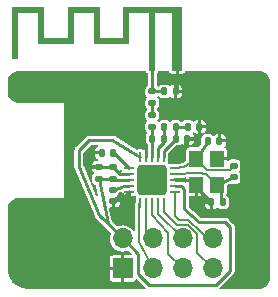
<source format=gbr>
%TF.GenerationSoftware,KiCad,Pcbnew,(5.99.0-7653-g7b9c21e290)*%
%TF.CreationDate,2021-01-21T05:12:34-07:00*%
%TF.ProjectId,buttonNRF24Board,62757474-6f6e-44e5-9246-3234426f6172,rev?*%
%TF.SameCoordinates,Original*%
%TF.FileFunction,Copper,L1,Top*%
%TF.FilePolarity,Positive*%
%FSLAX46Y46*%
G04 Gerber Fmt 4.6, Leading zero omitted, Abs format (unit mm)*
G04 Created by KiCad (PCBNEW (5.99.0-7653-g7b9c21e290)) date 2021-01-21 05:12:34*
%MOMM*%
%LPD*%
G01*
G04 APERTURE LIST*
G04 Aperture macros list*
%AMRoundRect*
0 Rectangle with rounded corners*
0 $1 Rounding radius*
0 $2 $3 $4 $5 $6 $7 $8 $9 X,Y pos of 4 corners*
0 Add a 4 corners polygon primitive as box body*
4,1,4,$2,$3,$4,$5,$6,$7,$8,$9,$2,$3,0*
0 Add four circle primitives for the rounded corners*
1,1,$1+$1,$2,$3,0*
1,1,$1+$1,$4,$5,0*
1,1,$1+$1,$6,$7,0*
1,1,$1+$1,$8,$9,0*
0 Add four rect primitives between the rounded corners*
20,1,$1+$1,$2,$3,$4,$5,0*
20,1,$1+$1,$4,$5,$6,$7,0*
20,1,$1+$1,$6,$7,$8,$9,0*
20,1,$1+$1,$8,$9,$2,$3,0*%
G04 Aperture macros list end*
%TA.AperFunction,SMDPad,CuDef*%
%ADD10RoundRect,0.147500X0.147500X0.172500X-0.147500X0.172500X-0.147500X-0.172500X0.147500X-0.172500X0*%
%TD*%
%TA.AperFunction,SMDPad,CuDef*%
%ADD11RoundRect,0.147500X-0.172500X0.147500X-0.172500X-0.147500X0.172500X-0.147500X0.172500X0.147500X0*%
%TD*%
%TA.AperFunction,SMDPad,CuDef*%
%ADD12RoundRect,0.147500X-0.147500X-0.172500X0.147500X-0.172500X0.147500X0.172500X-0.147500X0.172500X0*%
%TD*%
%TA.AperFunction,SMDPad,CuDef*%
%ADD13RoundRect,0.147500X0.172500X-0.147500X0.172500X0.147500X-0.172500X0.147500X-0.172500X-0.147500X0*%
%TD*%
%TA.AperFunction,SMDPad,CuDef*%
%ADD14RoundRect,0.062500X0.062500X-0.350000X0.062500X0.350000X-0.062500X0.350000X-0.062500X-0.350000X0*%
%TD*%
%TA.AperFunction,SMDPad,CuDef*%
%ADD15RoundRect,0.062500X0.350000X-0.062500X0.350000X0.062500X-0.350000X0.062500X-0.350000X-0.062500X0*%
%TD*%
%TA.AperFunction,SMDPad,CuDef*%
%ADD16RoundRect,0.250000X1.000000X-1.000000X1.000000X1.000000X-1.000000X1.000000X-1.000000X-1.000000X0*%
%TD*%
%TA.AperFunction,SMDPad,CuDef*%
%ADD17R,1.200000X1.400000*%
%TD*%
%TA.AperFunction,ConnectorPad*%
%ADD18R,0.500000X0.500000*%
%TD*%
%TA.AperFunction,ComponentPad*%
%ADD19R,0.900000X0.500000*%
%TD*%
%TA.AperFunction,ComponentPad*%
%ADD20R,1.700000X1.700000*%
%TD*%
%TA.AperFunction,ComponentPad*%
%ADD21O,1.700000X1.700000*%
%TD*%
%TA.AperFunction,ViaPad*%
%ADD22C,0.685800*%
%TD*%
%TA.AperFunction,Conductor*%
%ADD23C,0.254000*%
%TD*%
%TA.AperFunction,Conductor*%
%ADD24C,0.152400*%
%TD*%
G04 APERTURE END LIST*
%TO.C,AE1*%
G36*
X54150000Y-96250000D02*
G01*
X54150000Y-95991842D01*
X54451778Y-95991842D01*
X54458309Y-96041368D01*
X54478868Y-96086553D01*
X54512511Y-96121787D01*
X54531122Y-96132400D01*
X54576637Y-96145300D01*
X54625156Y-96146043D01*
X54667819Y-96133935D01*
X54675731Y-96129581D01*
X54713674Y-96096797D01*
X54737742Y-96054395D01*
X54747583Y-96006785D01*
X54742847Y-95958378D01*
X54723185Y-95913584D01*
X54688245Y-95876814D01*
X54655353Y-95859908D01*
X54607267Y-95852018D01*
X54557682Y-95858592D01*
X54512372Y-95878687D01*
X54477112Y-95911357D01*
X54460218Y-95943583D01*
X54451778Y-95991842D01*
X54150000Y-95991842D01*
X54150000Y-91350000D01*
X52750000Y-91350000D01*
X52750000Y-96250000D01*
X52250000Y-96250000D01*
X52250000Y-91350000D01*
X50550000Y-91350000D01*
X50550000Y-93990000D01*
X47550000Y-93990000D01*
X47550000Y-91350000D01*
X45850000Y-91350000D01*
X45850000Y-93990000D01*
X42850000Y-93990000D01*
X42850000Y-91350000D01*
X41150000Y-91350000D01*
X41150000Y-95290000D01*
X40650000Y-95290000D01*
X40650000Y-90850000D01*
X43350000Y-90850000D01*
X43350000Y-93490000D01*
X45350000Y-93490000D01*
X45350000Y-90850000D01*
X48050000Y-90850000D01*
X48050000Y-93490000D01*
X50050000Y-93490000D01*
X50050000Y-90850000D01*
X55050000Y-90850000D01*
X55050000Y-96250000D01*
X54150000Y-96250000D01*
G37*
%TD*%
D10*
%TO.P,C3,1*%
%TO.N,GND*%
X55485000Y-102000000D03*
%TO.P,C3,2*%
%TO.N,Net-(U1-Pad11)*%
X54515000Y-102000000D03*
%TD*%
D11*
%TO.P,C9,1*%
%TO.N,GND*%
X48000000Y-104415000D03*
%TO.P,C9,2*%
%TO.N,VDD*%
X48000000Y-105385000D03*
%TD*%
D12*
%TO.P,L1,1*%
%TO.N,Net-(U1-Pad13)*%
X52515000Y-102000000D03*
%TO.P,L1,2*%
%TO.N,Net-(U1-Pad12)*%
X53485000Y-102000000D03*
%TD*%
D13*
%TO.P,R1,1*%
%TO.N,Net-(R1-Pad1)*%
X59400000Y-105285000D03*
%TO.P,R1,2*%
%TO.N,Net-(R1-Pad2)*%
X59400000Y-104315000D03*
%TD*%
D12*
%TO.P,C1,1*%
%TO.N,Net-(R1-Pad2)*%
X57215000Y-102200000D03*
%TO.P,C1,2*%
%TO.N,GND*%
X58185000Y-102200000D03*
%TD*%
D10*
%TO.P,C2,1*%
%TO.N,Net-(R1-Pad1)*%
X58485000Y-107400000D03*
%TO.P,C2,2*%
%TO.N,GND*%
X57515000Y-107400000D03*
%TD*%
D14*
%TO.P,U1,1,CE*%
%TO.N,CE*%
X51500000Y-107437500D03*
%TO.P,U1,2,CSN*%
%TO.N,CSN*%
X52000000Y-107437500D03*
%TO.P,U1,3,SCK*%
%TO.N,SCK*%
X52500000Y-107437500D03*
%TO.P,U1,4,MOSI*%
%TO.N,MOSI*%
X53000000Y-107437500D03*
%TO.P,U1,5,MISO*%
%TO.N,MISO*%
X53500000Y-107437500D03*
D15*
%TO.P,U1,6,IRQ*%
%TO.N,IRQ*%
X54437500Y-106500000D03*
%TO.P,U1,7,VDD*%
%TO.N,VDD*%
X54437500Y-106000000D03*
%TO.P,U1,8,VSS*%
%TO.N,GND*%
X54437500Y-105500000D03*
%TO.P,U1,9,XC2*%
%TO.N,Net-(R1-Pad1)*%
X54437500Y-105000000D03*
%TO.P,U1,10,XC1*%
%TO.N,Net-(R1-Pad2)*%
X54437500Y-104500000D03*
D14*
%TO.P,U1,11,VDD_PA*%
%TO.N,Net-(U1-Pad11)*%
X53500000Y-103562500D03*
%TO.P,U1,12,ANT1*%
%TO.N,Net-(U1-Pad12)*%
X53000000Y-103562500D03*
%TO.P,U1,13,ANT2*%
%TO.N,Net-(U1-Pad13)*%
X52500000Y-103562500D03*
%TO.P,U1,14,VSS*%
%TO.N,GND*%
X52000000Y-103562500D03*
%TO.P,U1,15,VDD*%
%TO.N,VDD*%
X51500000Y-103562500D03*
D15*
%TO.P,U1,16,IREF*%
%TO.N,Net-(U1-Pad16)*%
X50562500Y-104500000D03*
%TO.P,U1,17,VSS*%
%TO.N,GND*%
X50562500Y-105000000D03*
%TO.P,U1,18,VDD*%
%TO.N,VDD*%
X50562500Y-105500000D03*
%TO.P,U1,19,DVDD*%
%TO.N,Net-(U1-Pad19)*%
X50562500Y-106000000D03*
%TO.P,U1,20,VSS*%
%TO.N,GND*%
X50562500Y-106500000D03*
D16*
%TO.P,U1,21*%
%TO.N,N/C*%
X52500000Y-105500000D03*
%TD*%
D17*
%TO.P,X1,1,1*%
%TO.N,Net-(R1-Pad1)*%
X57950000Y-105900000D03*
%TO.P,X1,2,2*%
%TO.N,GND*%
X57950000Y-103700000D03*
%TO.P,X1,3,3*%
%TO.N,Net-(R1-Pad2)*%
X56250000Y-103700000D03*
%TO.P,X1,4,4*%
%TO.N,GND*%
X56250000Y-105900000D03*
%TD*%
D11*
%TO.P,L3,1*%
%TO.N,Net-(C5-Pad1)*%
X52500000Y-100015000D03*
%TO.P,L3,2*%
%TO.N,Net-(U1-Pad13)*%
X52500000Y-100985000D03*
%TD*%
%TO.P,C8,1*%
%TO.N,GND*%
X49200000Y-104415000D03*
%TO.P,C8,2*%
%TO.N,VDD*%
X49200000Y-105385000D03*
%TD*%
D10*
%TO.P,C4,1*%
%TO.N,GND*%
X56485000Y-101000000D03*
%TO.P,C4,2*%
%TO.N,Net-(U1-Pad11)*%
X55515000Y-101000000D03*
%TD*%
D12*
%TO.P,R2,1*%
%TO.N,GND*%
X48215000Y-103200000D03*
%TO.P,R2,2*%
%TO.N,Net-(U1-Pad16)*%
X49185000Y-103200000D03*
%TD*%
D18*
%TO.P,AE1,1,A*%
%TO.N,Net-(C5-Pad2)*%
X52500000Y-96000000D03*
D19*
%TO.P,AE1,2,Shield*%
%TO.N,GND*%
X54600000Y-96000000D03*
%TD*%
D12*
%TO.P,C6,1*%
%TO.N,Net-(C5-Pad2)*%
X53515000Y-98000000D03*
%TO.P,C6,2*%
%TO.N,GND*%
X54485000Y-98000000D03*
%TD*%
D20*
%TO.P,J1,1,Pin_1*%
%TO.N,GND*%
X50000000Y-113000000D03*
D21*
%TO.P,J1,2,Pin_2*%
%TO.N,VDD*%
X50000000Y-110460000D03*
%TO.P,J1,3,Pin_3*%
%TO.N,CE*%
X52540000Y-113000000D03*
%TO.P,J1,4,Pin_4*%
%TO.N,CSN*%
X52540000Y-110460000D03*
%TO.P,J1,5,Pin_5*%
%TO.N,SCK*%
X55080000Y-113000000D03*
%TO.P,J1,6,Pin_6*%
%TO.N,MOSI*%
X55080000Y-110460000D03*
%TO.P,J1,7,Pin_7*%
%TO.N,MISO*%
X57620000Y-113000000D03*
%TO.P,J1,8,Pin_8*%
%TO.N,IRQ*%
X57620000Y-110460000D03*
%TD*%
D12*
%TO.P,L2,1*%
%TO.N,Net-(U1-Pad12)*%
X53515000Y-101000000D03*
%TO.P,L2,2*%
%TO.N,Net-(U1-Pad11)*%
X54485000Y-101000000D03*
%TD*%
D11*
%TO.P,C7,1*%
%TO.N,Net-(U1-Pad19)*%
X49200000Y-106315000D03*
%TO.P,C7,2*%
%TO.N,GND*%
X49200000Y-107285000D03*
%TD*%
D13*
%TO.P,C5,1*%
%TO.N,Net-(C5-Pad1)*%
X52500000Y-98985000D03*
%TO.P,C5,2*%
%TO.N,Net-(C5-Pad2)*%
X52500000Y-98015000D03*
%TD*%
D22*
%TO.N,GND*%
X56900000Y-107000000D03*
X51500000Y-102000000D03*
X48500000Y-112000000D03*
X53500000Y-99000000D03*
X56300000Y-102000000D03*
X53500000Y-100000000D03*
X54600000Y-96900000D03*
X56500000Y-100000000D03*
X49000000Y-111500000D03*
X59200000Y-102200000D03*
X50100000Y-108500000D03*
X55500000Y-98000000D03*
X51500000Y-101000000D03*
X54500000Y-103500000D03*
X49200000Y-108100000D03*
X51500000Y-98000000D03*
X54500000Y-100000000D03*
X57500000Y-101000000D03*
X47100000Y-104300000D03*
X57500000Y-100000000D03*
X48500000Y-113000000D03*
X49900000Y-106900000D03*
X47400000Y-103200000D03*
X51500000Y-97000000D03*
X50400000Y-107600000D03*
X51500000Y-100000000D03*
X51500000Y-99000000D03*
X54500000Y-99000000D03*
X48000000Y-112500000D03*
X55500000Y-100000000D03*
%TD*%
D23*
%TO.N,Net-(C5-Pad2)*%
X53500000Y-98015000D02*
X53515000Y-98000000D01*
X52500000Y-98015000D02*
X53500000Y-98015000D01*
X52500000Y-96000000D02*
X52500000Y-98015000D01*
%TO.N,Net-(U1-Pad19)*%
X50100000Y-106000000D02*
X49200000Y-106315000D01*
X50562500Y-106000000D02*
X50100000Y-106000000D01*
%TO.N,GND*%
X51500000Y-102000000D02*
X52000000Y-102500000D01*
X50562500Y-106500000D02*
X50000000Y-107062500D01*
X52000000Y-102500000D02*
X52000000Y-103562500D01*
X54600000Y-96900000D02*
X54600000Y-97885000D01*
X49221058Y-104415000D02*
X49806058Y-105000000D01*
X47885000Y-104300000D02*
X48000000Y-104415000D01*
X50000000Y-107062500D02*
X49422500Y-107062500D01*
X47100000Y-104300000D02*
X47885000Y-104300000D01*
X56250000Y-106135000D02*
X57515000Y-107400000D01*
X49422500Y-107062500D02*
X49200000Y-107285000D01*
D24*
X55485000Y-102000000D02*
X55200000Y-102600000D01*
D23*
X55850000Y-105500000D02*
X56250000Y-105900000D01*
X54600000Y-97885000D02*
X54485000Y-98000000D01*
X49806058Y-105000000D02*
X50562500Y-105000000D01*
X56250000Y-105900000D02*
X56250000Y-106135000D01*
D24*
X55200000Y-102600000D02*
X54500000Y-103500000D01*
D23*
X54600000Y-96000000D02*
X54600000Y-96900000D01*
X54437500Y-105500000D02*
X55850000Y-105500000D01*
X49200000Y-104415000D02*
X49221058Y-104415000D01*
X55485000Y-102000000D02*
X56500000Y-102000000D01*
%TO.N,Net-(R1-Pad2)*%
X56900000Y-102735000D02*
X56250000Y-103700000D01*
X57215000Y-102200000D02*
X56900000Y-102735000D01*
D24*
X59400000Y-104315000D02*
X59086390Y-104628610D01*
X59086390Y-104628610D02*
X57178610Y-104628610D01*
X55200000Y-104400000D02*
X56250000Y-103700000D01*
X57178610Y-104628610D02*
X56250000Y-103700000D01*
X54437500Y-104500000D02*
X55200000Y-104400000D01*
D23*
%TO.N,Net-(U1-Pad16)*%
X49262500Y-103200000D02*
X50562500Y-104500000D01*
X49185000Y-103200000D02*
X49262500Y-103200000D01*
%TO.N,Net-(C5-Pad1)*%
X52500000Y-98985000D02*
X52500000Y-100015000D01*
%TO.N,VDD*%
X50000000Y-110460000D02*
X48000000Y-108460000D01*
X47150000Y-102150000D02*
X49137234Y-102137234D01*
X51300000Y-113431514D02*
X51300000Y-111760000D01*
X49200000Y-105385000D02*
X49315000Y-105500000D01*
X57891514Y-114400000D02*
X52268486Y-114400000D01*
X48720000Y-109180000D02*
X48000000Y-105385000D01*
X46300000Y-103000000D02*
X47150000Y-102150000D01*
X55200000Y-106350000D02*
X55200000Y-108000000D01*
X52268486Y-114400000D02*
X51300000Y-113431514D01*
X59100000Y-109500000D02*
X59100000Y-113191514D01*
X48000000Y-108460000D02*
X46300000Y-104400000D01*
X55000000Y-106000000D02*
X55200000Y-106350000D01*
X55200000Y-108000000D02*
X56500000Y-109100000D01*
X46300000Y-104400000D02*
X46300000Y-103000000D01*
X59100000Y-113191514D02*
X57891514Y-114400000D01*
X58700000Y-109100000D02*
X59100000Y-109500000D01*
X56500000Y-109100000D02*
X58700000Y-109100000D01*
X49315000Y-105500000D02*
X50562500Y-105500000D01*
X54437500Y-106000000D02*
X55000000Y-106000000D01*
X49137234Y-102137234D02*
X51500000Y-103562500D01*
X51300000Y-111760000D02*
X50000000Y-110460000D01*
X48000000Y-105385000D02*
X49200000Y-105385000D01*
%TO.N,Net-(U1-Pad13)*%
X52500000Y-101985000D02*
X52515000Y-102000000D01*
X52500000Y-100985000D02*
X52500000Y-101985000D01*
X52500000Y-103562500D02*
X52500000Y-102015000D01*
X52500000Y-102015000D02*
X52515000Y-102000000D01*
%TO.N,Net-(U1-Pad12)*%
X53515000Y-101000000D02*
X53493787Y-101021213D01*
X53481517Y-102251755D02*
X53485000Y-102119107D01*
X53000000Y-103562500D02*
X53000000Y-102805000D01*
X53493787Y-101021213D02*
X53487978Y-101024371D01*
X53000000Y-102805000D02*
X53342947Y-102462053D01*
X53386759Y-102415877D02*
X53481517Y-102251755D01*
X53342947Y-102462053D02*
X53386759Y-102415877D01*
X53485000Y-101680000D02*
X53485000Y-102000000D01*
X53487978Y-101024371D02*
X53485000Y-101027349D01*
X53485000Y-102119107D02*
X53485000Y-102000000D01*
X53485000Y-101027349D02*
X53485000Y-101680000D01*
%TO.N,Net-(U1-Pad11)*%
X54506213Y-101021213D02*
X54512022Y-101024371D01*
X54485000Y-101000000D02*
X55515000Y-101000000D01*
X54512022Y-101024371D02*
X54515000Y-101027349D01*
X54485000Y-101000000D02*
X54506213Y-101021213D01*
X54515000Y-101680000D02*
X54515000Y-102000000D01*
X54515000Y-101027349D02*
X54515000Y-101680000D01*
X53500000Y-103562500D02*
X53500000Y-103015000D01*
X53500000Y-103015000D02*
X54515000Y-102000000D01*
D24*
%TO.N,CE*%
X51375000Y-110725000D02*
X52540000Y-113000000D01*
X51375000Y-107562500D02*
X51375000Y-110725000D01*
X51500000Y-107437500D02*
X51375000Y-107562500D01*
%TO.N,Net-(R1-Pad1)*%
X57100000Y-105000000D02*
X57877576Y-105899999D01*
X56493933Y-104875001D02*
X57100000Y-105000000D01*
X54437500Y-105000000D02*
X55000000Y-105000000D01*
X55675001Y-104875001D02*
X56493933Y-104875001D01*
D23*
X58350000Y-106300000D02*
X58350000Y-107265000D01*
D24*
X57950000Y-105899999D02*
X57950000Y-105900000D01*
D23*
X58350000Y-107265000D02*
X58485000Y-107400000D01*
D24*
X57877576Y-105899999D02*
X57950000Y-105899999D01*
X55000000Y-105000000D02*
X55675001Y-104875001D01*
D23*
X59400000Y-105285000D02*
X58800000Y-105500000D01*
X57950000Y-105900000D02*
X58350000Y-106300000D01*
X58800000Y-105500000D02*
X57950000Y-105900000D01*
D24*
%TO.N,CSN*%
X52000000Y-109920000D02*
X52540000Y-110460000D01*
X52000000Y-107437500D02*
X52000000Y-109920000D01*
%TO.N,SCK*%
X52500000Y-107437500D02*
X52500000Y-108500000D01*
X53800000Y-110000000D02*
X53800000Y-111800000D01*
X53800000Y-111800000D02*
X55080000Y-113000000D01*
X52500000Y-108500000D02*
X53800000Y-110000000D01*
%TO.N,MOSI*%
X53000000Y-107437500D02*
X53000000Y-108380000D01*
X53000000Y-108380000D02*
X55080000Y-110460000D01*
%TO.N,MISO*%
X56300000Y-111680000D02*
X57620000Y-113000000D01*
X55516330Y-109300000D02*
X56300000Y-110083670D01*
X53500000Y-108200000D02*
X54600000Y-109300000D01*
X54600000Y-109300000D02*
X55516330Y-109300000D01*
X53500000Y-107437500D02*
X53500000Y-108200000D01*
X56300000Y-110083670D02*
X56300000Y-111680000D01*
%TO.N,IRQ*%
X57107396Y-110460000D02*
X57620000Y-110460000D01*
X54800000Y-108900000D02*
X55547396Y-108900000D01*
X56600000Y-109952604D02*
X57107396Y-110460000D01*
X54437500Y-108537500D02*
X54800000Y-108900000D01*
X54437500Y-106500000D02*
X54437500Y-108537500D01*
X55547396Y-108900000D02*
X56600000Y-109952604D01*
%TD*%
%TA.AperFunction,Conductor*%
%TO.N,GND*%
G36*
X53877623Y-96267593D02*
G01*
X53903040Y-96310530D01*
X53910715Y-96349115D01*
X53966859Y-96433141D01*
X54050885Y-96489285D01*
X54058147Y-96490729D01*
X54058148Y-96490730D01*
X54124863Y-96504000D01*
X54132128Y-96505445D01*
X54150000Y-96509000D01*
X54167873Y-96505445D01*
X54182543Y-96504000D01*
X55017457Y-96504000D01*
X55032127Y-96505445D01*
X55050000Y-96509000D01*
X55067873Y-96505445D01*
X55075137Y-96504000D01*
X55141852Y-96490730D01*
X55141853Y-96490729D01*
X55149115Y-96489285D01*
X55233141Y-96433141D01*
X55289285Y-96349115D01*
X55296960Y-96310530D01*
X55323645Y-96266553D01*
X55370715Y-96250000D01*
X61496304Y-96250000D01*
X61503676Y-96250362D01*
X61687721Y-96268489D01*
X61702178Y-96271365D01*
X61875597Y-96323971D01*
X61889213Y-96329610D01*
X62049047Y-96415044D01*
X62061288Y-96423223D01*
X62201391Y-96538202D01*
X62211798Y-96548609D01*
X62326777Y-96688712D01*
X62334956Y-96700953D01*
X62420388Y-96860783D01*
X62426029Y-96874403D01*
X62478635Y-97047822D01*
X62481511Y-97062280D01*
X62499638Y-97246325D01*
X62500000Y-97253696D01*
X62500000Y-113734899D01*
X62499638Y-113742271D01*
X62481503Y-113926360D01*
X62478625Y-113940820D01*
X62473911Y-113956358D01*
X62425998Y-114114267D01*
X62420355Y-114127889D01*
X62334889Y-114287744D01*
X62326700Y-114299996D01*
X62249476Y-114394065D01*
X62211685Y-114440099D01*
X62201257Y-114450522D01*
X62061116Y-114565488D01*
X62048854Y-114573678D01*
X61888971Y-114659086D01*
X61875355Y-114664722D01*
X61785069Y-114692083D01*
X61701879Y-114717293D01*
X61687417Y-114720165D01*
X61503325Y-114738235D01*
X61495966Y-114738595D01*
X58275086Y-114737470D01*
X58226755Y-114719860D01*
X58201051Y-114675302D01*
X58210001Y-114624647D01*
X58221939Y-114609096D01*
X58755097Y-114075939D01*
X59336213Y-113494823D01*
X59348595Y-113484822D01*
X59354897Y-113480753D01*
X59354898Y-113480752D01*
X59360119Y-113477381D01*
X59381451Y-113450322D01*
X59387332Y-113443704D01*
X59391002Y-113440034D01*
X59403933Y-113421940D01*
X59406059Y-113419108D01*
X59434846Y-113382592D01*
X59438693Y-113377712D01*
X59440751Y-113371849D01*
X59442027Y-113369529D01*
X59442191Y-113369268D01*
X59442317Y-113368968D01*
X59443474Y-113366606D01*
X59447087Y-113361551D01*
X59462188Y-113311056D01*
X59463272Y-113307720D01*
X59480745Y-113257965D01*
X59481500Y-113249247D01*
X59481500Y-113248874D01*
X59481783Y-113245538D01*
X59483452Y-113239956D01*
X59481558Y-113191753D01*
X59481500Y-113188801D01*
X59481500Y-109547438D01*
X59483184Y-109531611D01*
X59484762Y-109524283D01*
X59484762Y-109524281D01*
X59486070Y-109518206D01*
X59482021Y-109483995D01*
X59481500Y-109475156D01*
X59481500Y-109469960D01*
X59477846Y-109448009D01*
X59477347Y-109444505D01*
X59474500Y-109420450D01*
X59471153Y-109392169D01*
X59468463Y-109386567D01*
X59467727Y-109384034D01*
X59467657Y-109383727D01*
X59467539Y-109383439D01*
X59466682Y-109380937D01*
X59465662Y-109374806D01*
X59440627Y-109328406D01*
X59439046Y-109325305D01*
X59416215Y-109277760D01*
X59413173Y-109274141D01*
X59413171Y-109274138D01*
X59411641Y-109272319D01*
X59410584Y-109271061D01*
X59410321Y-109270798D01*
X59408163Y-109268241D01*
X59405395Y-109263111D01*
X59369967Y-109230362D01*
X59367839Y-109228316D01*
X59003309Y-108863788D01*
X58993308Y-108851405D01*
X58989236Y-108845099D01*
X58985867Y-108839881D01*
X58958798Y-108818540D01*
X58952185Y-108812663D01*
X58950710Y-108811188D01*
X58948519Y-108808998D01*
X58930437Y-108796076D01*
X58927604Y-108793949D01*
X58891080Y-108765155D01*
X58891077Y-108765153D01*
X58886198Y-108761307D01*
X58880334Y-108759248D01*
X58878011Y-108757971D01*
X58877756Y-108757810D01*
X58877454Y-108757684D01*
X58875094Y-108756528D01*
X58870036Y-108752913D01*
X58819549Y-108737814D01*
X58816200Y-108736725D01*
X58766451Y-108719255D01*
X58757733Y-108718500D01*
X58757361Y-108718500D01*
X58754023Y-108718217D01*
X58748441Y-108716548D01*
X58742231Y-108716792D01*
X58700238Y-108718442D01*
X58697286Y-108718500D01*
X56667293Y-108718500D01*
X56618718Y-108700707D01*
X56181077Y-108330396D01*
X55608125Y-107845591D01*
X55582589Y-107800937D01*
X55581500Y-107788184D01*
X55581500Y-107536068D01*
X56966000Y-107536068D01*
X56966000Y-107601113D01*
X56966462Y-107606985D01*
X56979970Y-107692267D01*
X56983583Y-107703388D01*
X57035946Y-107806157D01*
X57042825Y-107815624D01*
X57124375Y-107897174D01*
X57133842Y-107904053D01*
X57236612Y-107956417D01*
X57247732Y-107960030D01*
X57333014Y-107973538D01*
X57338886Y-107974000D01*
X57374741Y-107974000D01*
X57384898Y-107970303D01*
X57388000Y-107964931D01*
X57388001Y-107540260D01*
X57384304Y-107530101D01*
X57378932Y-107527000D01*
X56979260Y-107526999D01*
X56969101Y-107530696D01*
X56966000Y-107536068D01*
X55581500Y-107536068D01*
X55581500Y-106934200D01*
X55599093Y-106885862D01*
X55643642Y-106860142D01*
X55656700Y-106859000D01*
X56109741Y-106859000D01*
X56119898Y-106855303D01*
X56123000Y-106849931D01*
X56123001Y-105848200D01*
X56140595Y-105799862D01*
X56185143Y-105774142D01*
X56198202Y-105773000D01*
X56301801Y-105773001D01*
X56350138Y-105790595D01*
X56375858Y-105835143D01*
X56377000Y-105848201D01*
X56376999Y-106845741D01*
X56380696Y-106855898D01*
X56386068Y-106859000D01*
X56846304Y-106859000D01*
X56853625Y-106858279D01*
X56941852Y-106840730D01*
X56955272Y-106835171D01*
X57026987Y-106787253D01*
X57042494Y-106771746D01*
X57043333Y-106772585D01*
X57078664Y-106746681D01*
X57129994Y-106750046D01*
X57156753Y-106772500D01*
X57157154Y-106772099D01*
X57158141Y-106773086D01*
X57158584Y-106774036D01*
X57162231Y-106777096D01*
X57166505Y-106783492D01*
X57163828Y-106785281D01*
X57179881Y-106819706D01*
X57166567Y-106869393D01*
X57139108Y-106893263D01*
X57133845Y-106895944D01*
X57124376Y-106902825D01*
X57042826Y-106984375D01*
X57035947Y-106993842D01*
X56983583Y-107096612D01*
X56979970Y-107107732D01*
X56966462Y-107193014D01*
X56966000Y-107198886D01*
X56966000Y-107259741D01*
X56969697Y-107269898D01*
X56975069Y-107273000D01*
X57387998Y-107273001D01*
X57388004Y-107273000D01*
X57566800Y-107273001D01*
X57615138Y-107290595D01*
X57640858Y-107335143D01*
X57642000Y-107348201D01*
X57641999Y-107960741D01*
X57645696Y-107970898D01*
X57651068Y-107974000D01*
X57691113Y-107974000D01*
X57696985Y-107973538D01*
X57782267Y-107960030D01*
X57793388Y-107956417D01*
X57896157Y-107904054D01*
X57905620Y-107897178D01*
X57946477Y-107856322D01*
X57993098Y-107834583D01*
X58042785Y-107847897D01*
X58052824Y-107856322D01*
X58098271Y-107901769D01*
X58211730Y-107959580D01*
X58244221Y-107964726D01*
X58303013Y-107974038D01*
X58303015Y-107974038D01*
X58305931Y-107974500D01*
X58664068Y-107974500D01*
X58666984Y-107974038D01*
X58666986Y-107974038D01*
X58725778Y-107964726D01*
X58758269Y-107959580D01*
X58818698Y-107928790D01*
X58866451Y-107904459D01*
X58866452Y-107904458D01*
X58871728Y-107901770D01*
X58961769Y-107811729D01*
X59019580Y-107698270D01*
X59024726Y-107665779D01*
X59034038Y-107606987D01*
X59034038Y-107606985D01*
X59034500Y-107604069D01*
X59034500Y-107195932D01*
X59019580Y-107101731D01*
X58961770Y-106988272D01*
X58871729Y-106898231D01*
X58866450Y-106895541D01*
X58866447Y-106895539D01*
X58786812Y-106854962D01*
X58751730Y-106817342D01*
X58749038Y-106765972D01*
X58758423Y-106746185D01*
X58789747Y-106699306D01*
X58796377Y-106665977D01*
X58808779Y-106603625D01*
X58808779Y-106603624D01*
X58809500Y-106600000D01*
X58809500Y-105964883D01*
X58827093Y-105916545D01*
X58852680Y-105896841D01*
X58921491Y-105864459D01*
X58942663Y-105854496D01*
X58949296Y-105851754D01*
X59046123Y-105817058D01*
X59094729Y-105816331D01*
X59096452Y-105816891D01*
X59101730Y-105819580D01*
X59157469Y-105828408D01*
X59193013Y-105834038D01*
X59193015Y-105834038D01*
X59195931Y-105834500D01*
X59604068Y-105834500D01*
X59606984Y-105834038D01*
X59606986Y-105834038D01*
X59692422Y-105820506D01*
X59698269Y-105819580D01*
X59811728Y-105761770D01*
X59901770Y-105671729D01*
X59959580Y-105558270D01*
X59974500Y-105464069D01*
X59974500Y-105105932D01*
X59959580Y-105011731D01*
X59901770Y-104898272D01*
X59878498Y-104875000D01*
X59856673Y-104853174D01*
X59834934Y-104806553D01*
X59848248Y-104756866D01*
X59856674Y-104746826D01*
X59897581Y-104705919D01*
X59897584Y-104705915D01*
X59901770Y-104701729D01*
X59959580Y-104588270D01*
X59966323Y-104545696D01*
X59974038Y-104496987D01*
X59974038Y-104496985D01*
X59974500Y-104494069D01*
X59974500Y-104135932D01*
X59971353Y-104116059D01*
X59960506Y-104047578D01*
X59959580Y-104041731D01*
X59901770Y-103928272D01*
X59811729Y-103838230D01*
X59698270Y-103780420D01*
X59654819Y-103773538D01*
X59606987Y-103765962D01*
X59606985Y-103765962D01*
X59604069Y-103765500D01*
X59195932Y-103765500D01*
X59193016Y-103765962D01*
X59193014Y-103765962D01*
X59145182Y-103773538D01*
X59101731Y-103780420D01*
X58988272Y-103838230D01*
X58984089Y-103842413D01*
X58937374Y-103889127D01*
X58890753Y-103910866D01*
X58841066Y-103897552D01*
X58811562Y-103855414D01*
X58809888Y-103842699D01*
X58805303Y-103830102D01*
X58799931Y-103827000D01*
X57898200Y-103826999D01*
X57849862Y-103809405D01*
X57824142Y-103764857D01*
X57823000Y-103751798D01*
X57823001Y-103648199D01*
X57840595Y-103599862D01*
X57885143Y-103574142D01*
X57898201Y-103573000D01*
X58795741Y-103573001D01*
X58805898Y-103569304D01*
X58809000Y-103563932D01*
X58809000Y-103003696D01*
X58808279Y-102996375D01*
X58790730Y-102908148D01*
X58785171Y-102894728D01*
X58737253Y-102823013D01*
X58726987Y-102812747D01*
X58655271Y-102764828D01*
X58655087Y-102764752D01*
X58654899Y-102764580D01*
X58649115Y-102760715D01*
X58649710Y-102759824D01*
X58617164Y-102729997D01*
X58610454Y-102678997D01*
X58630696Y-102642104D01*
X58657175Y-102615625D01*
X58664054Y-102606158D01*
X58716417Y-102503389D01*
X58720030Y-102492268D01*
X58733538Y-102406986D01*
X58734000Y-102401114D01*
X58734000Y-102340259D01*
X58730303Y-102330102D01*
X58724931Y-102327000D01*
X58133200Y-102327000D01*
X58084862Y-102309407D01*
X58059142Y-102264858D01*
X58058000Y-102251800D01*
X58058000Y-101639259D01*
X58056475Y-101635069D01*
X58312000Y-101635069D01*
X58312000Y-102059741D01*
X58315697Y-102069898D01*
X58321069Y-102073000D01*
X58720741Y-102073000D01*
X58730898Y-102069303D01*
X58734000Y-102063931D01*
X58734000Y-101998886D01*
X58733538Y-101993014D01*
X58720030Y-101907732D01*
X58716417Y-101896611D01*
X58664054Y-101793842D01*
X58657175Y-101784375D01*
X58575625Y-101702825D01*
X58566158Y-101695946D01*
X58463389Y-101643583D01*
X58452268Y-101639970D01*
X58366986Y-101626462D01*
X58361114Y-101626000D01*
X58325259Y-101626000D01*
X58315102Y-101629697D01*
X58312000Y-101635069D01*
X58056475Y-101635069D01*
X58054303Y-101629102D01*
X58048931Y-101626000D01*
X58008886Y-101626000D01*
X58003014Y-101626462D01*
X57917732Y-101639970D01*
X57906611Y-101643583D01*
X57803842Y-101695946D01*
X57794379Y-101702822D01*
X57753525Y-101743677D01*
X57706905Y-101765417D01*
X57657218Y-101752104D01*
X57647176Y-101743677D01*
X57601729Y-101698230D01*
X57488270Y-101640420D01*
X57420568Y-101629697D01*
X57396987Y-101625962D01*
X57396985Y-101625962D01*
X57394069Y-101625500D01*
X57035931Y-101625500D01*
X57033015Y-101625962D01*
X57033013Y-101625962D01*
X57009432Y-101629697D01*
X56941730Y-101640420D01*
X56828271Y-101698230D01*
X56738230Y-101788271D01*
X56735542Y-101793547D01*
X56735541Y-101793548D01*
X56733603Y-101797352D01*
X56680420Y-101901730D01*
X56665500Y-101995931D01*
X56665500Y-102360871D01*
X56655102Y-102399024D01*
X56593024Y-102504459D01*
X56578284Y-102529494D01*
X56575853Y-102533350D01*
X56458678Y-102707311D01*
X56417082Y-102737573D01*
X56396307Y-102740500D01*
X55650000Y-102740500D01*
X55646376Y-102741221D01*
X55646375Y-102741221D01*
X55557957Y-102758808D01*
X55557956Y-102758809D01*
X55550694Y-102760253D01*
X55544536Y-102764367D01*
X55544535Y-102764368D01*
X55529372Y-102774500D01*
X55466506Y-102816506D01*
X55462392Y-102822663D01*
X55421529Y-102883819D01*
X55410253Y-102900694D01*
X55408809Y-102907956D01*
X55408808Y-102907957D01*
X55400135Y-102951559D01*
X55390500Y-103000000D01*
X55390500Y-103835304D01*
X55372907Y-103883642D01*
X55357015Y-103897873D01*
X55210573Y-103995500D01*
X55095211Y-104072408D01*
X55063277Y-104084399D01*
X54792884Y-104119861D01*
X54783105Y-104120500D01*
X54059144Y-104120500D01*
X54055920Y-104121068D01*
X54055914Y-104121069D01*
X53983845Y-104133777D01*
X53983844Y-104133778D01*
X53977370Y-104134919D01*
X53955802Y-104147371D01*
X53905145Y-104156304D01*
X53860597Y-104130584D01*
X53843003Y-104082247D01*
X53847538Y-104056526D01*
X53877250Y-103974896D01*
X53877251Y-103974891D01*
X53879500Y-103968712D01*
X53879500Y-103639921D01*
X53880635Y-103629265D01*
X53880745Y-103628951D01*
X53881500Y-103620233D01*
X53881500Y-103204169D01*
X53899093Y-103155831D01*
X53903526Y-103150995D01*
X54457996Y-102596526D01*
X54504616Y-102574786D01*
X54511170Y-102574500D01*
X54694068Y-102574500D01*
X54696984Y-102574038D01*
X54696986Y-102574038D01*
X54782422Y-102560506D01*
X54788269Y-102559580D01*
X54861247Y-102522396D01*
X54896451Y-102504459D01*
X54896452Y-102504458D01*
X54901728Y-102501770D01*
X54947176Y-102456322D01*
X54993797Y-102434583D01*
X55043484Y-102447897D01*
X55053524Y-102456323D01*
X55094375Y-102497174D01*
X55103842Y-102504053D01*
X55206612Y-102556417D01*
X55217732Y-102560030D01*
X55303014Y-102573538D01*
X55308886Y-102574000D01*
X55344741Y-102574000D01*
X55354898Y-102570303D01*
X55358000Y-102564931D01*
X55358000Y-102560740D01*
X55611999Y-102560740D01*
X55615696Y-102570899D01*
X55621068Y-102574000D01*
X55661113Y-102574000D01*
X55666985Y-102573538D01*
X55752267Y-102560030D01*
X55763388Y-102556417D01*
X55866157Y-102504054D01*
X55875624Y-102497175D01*
X55957174Y-102415625D01*
X55964053Y-102406158D01*
X56016417Y-102303388D01*
X56020030Y-102292268D01*
X56033538Y-102206986D01*
X56034000Y-102201114D01*
X56034000Y-102140259D01*
X56030303Y-102130102D01*
X56024931Y-102127000D01*
X55625260Y-102126999D01*
X55615101Y-102130696D01*
X55612000Y-102136068D01*
X55611999Y-102560740D01*
X55358000Y-102560740D01*
X55358001Y-102127000D01*
X55358000Y-102126996D01*
X55358001Y-101948200D01*
X55375595Y-101899862D01*
X55420143Y-101874142D01*
X55433201Y-101873000D01*
X56020741Y-101873001D01*
X56030898Y-101869304D01*
X56034000Y-101863932D01*
X56034000Y-101798887D01*
X56033538Y-101793015D01*
X56020030Y-101707733D01*
X56016417Y-101696612D01*
X55964054Y-101593843D01*
X55957175Y-101584376D01*
X55941323Y-101568524D01*
X55919583Y-101521904D01*
X55932897Y-101472217D01*
X55941323Y-101462176D01*
X55947176Y-101456323D01*
X55993796Y-101434583D01*
X56043483Y-101447897D01*
X56053524Y-101456323D01*
X56094375Y-101497174D01*
X56103842Y-101504053D01*
X56206612Y-101556417D01*
X56217732Y-101560030D01*
X56303014Y-101573538D01*
X56308886Y-101574000D01*
X56344741Y-101574000D01*
X56354898Y-101570303D01*
X56358000Y-101564931D01*
X56358000Y-101560740D01*
X56611999Y-101560740D01*
X56615696Y-101570899D01*
X56621068Y-101574000D01*
X56661113Y-101574000D01*
X56666985Y-101573538D01*
X56752267Y-101560030D01*
X56763388Y-101556417D01*
X56866157Y-101504054D01*
X56875624Y-101497175D01*
X56957174Y-101415625D01*
X56964053Y-101406158D01*
X57016417Y-101303388D01*
X57020030Y-101292268D01*
X57033538Y-101206986D01*
X57034000Y-101201114D01*
X57034000Y-101140259D01*
X57030303Y-101130102D01*
X57024931Y-101127000D01*
X56625260Y-101126999D01*
X56615101Y-101130696D01*
X56612000Y-101136068D01*
X56611999Y-101560740D01*
X56358000Y-101560740D01*
X56358001Y-101127000D01*
X56358000Y-101126996D01*
X56358000Y-100859740D01*
X56611999Y-100859740D01*
X56615696Y-100869899D01*
X56621068Y-100873000D01*
X57020740Y-100873001D01*
X57030899Y-100869304D01*
X57034000Y-100863932D01*
X57034000Y-100798887D01*
X57033538Y-100793015D01*
X57020030Y-100707733D01*
X57016417Y-100696612D01*
X56964054Y-100593843D01*
X56957175Y-100584376D01*
X56875625Y-100502826D01*
X56866158Y-100495947D01*
X56763388Y-100443583D01*
X56752268Y-100439970D01*
X56666986Y-100426462D01*
X56661114Y-100426000D01*
X56625259Y-100426000D01*
X56615102Y-100429697D01*
X56612000Y-100435069D01*
X56611999Y-100859740D01*
X56358000Y-100859740D01*
X56358001Y-100439259D01*
X56354304Y-100429102D01*
X56348932Y-100426000D01*
X56308887Y-100426000D01*
X56303015Y-100426462D01*
X56217733Y-100439970D01*
X56206612Y-100443583D01*
X56103843Y-100495946D01*
X56094380Y-100502822D01*
X56053525Y-100543678D01*
X56006905Y-100565418D01*
X55957218Y-100552105D01*
X55947176Y-100543678D01*
X55901729Y-100498231D01*
X55788270Y-100440420D01*
X55720568Y-100429697D01*
X55696987Y-100425962D01*
X55696985Y-100425962D01*
X55694069Y-100425500D01*
X55335932Y-100425500D01*
X55333016Y-100425962D01*
X55333014Y-100425962D01*
X55309433Y-100429697D01*
X55241731Y-100440420D01*
X55209452Y-100456867D01*
X55140951Y-100491770D01*
X55128272Y-100498230D01*
X55053172Y-100573330D01*
X55006556Y-100595068D01*
X54956868Y-100581755D01*
X54946827Y-100573328D01*
X54871729Y-100498230D01*
X54859051Y-100491770D01*
X54790549Y-100456867D01*
X54758270Y-100440420D01*
X54690568Y-100429697D01*
X54666987Y-100425962D01*
X54666985Y-100425962D01*
X54664069Y-100425500D01*
X54305931Y-100425500D01*
X54303015Y-100425962D01*
X54303013Y-100425962D01*
X54279432Y-100429697D01*
X54211730Y-100440420D01*
X54179451Y-100456867D01*
X54110950Y-100491770D01*
X54098271Y-100498230D01*
X54053174Y-100543327D01*
X54006554Y-100565067D01*
X53956867Y-100551753D01*
X53946826Y-100543327D01*
X53901729Y-100498230D01*
X53889051Y-100491770D01*
X53820549Y-100456867D01*
X53788270Y-100440420D01*
X53720568Y-100429697D01*
X53696987Y-100425962D01*
X53696985Y-100425962D01*
X53694069Y-100425500D01*
X53335931Y-100425500D01*
X53333015Y-100425962D01*
X53333013Y-100425962D01*
X53309432Y-100429697D01*
X53241730Y-100440420D01*
X53209451Y-100456867D01*
X53140950Y-100491770D01*
X53128271Y-100498230D01*
X53068171Y-100558330D01*
X53021555Y-100580068D01*
X52971868Y-100566755D01*
X52961826Y-100558328D01*
X52956672Y-100553174D01*
X52934932Y-100506554D01*
X52948246Y-100456867D01*
X52956672Y-100446826D01*
X53001769Y-100401729D01*
X53004459Y-100396451D01*
X53056893Y-100293543D01*
X53059580Y-100288270D01*
X53074500Y-100194069D01*
X53074500Y-99835932D01*
X53059580Y-99741731D01*
X53001770Y-99628272D01*
X52926673Y-99553175D01*
X52904933Y-99506555D01*
X52918247Y-99456868D01*
X52926673Y-99446827D01*
X52997581Y-99375919D01*
X52997584Y-99375915D01*
X53001770Y-99371729D01*
X53059580Y-99258270D01*
X53074500Y-99164069D01*
X53074500Y-98805932D01*
X53059580Y-98711731D01*
X53001770Y-98598272D01*
X52977498Y-98574000D01*
X52956673Y-98553174D01*
X52934934Y-98506553D01*
X52948248Y-98456866D01*
X52956668Y-98446831D01*
X52961821Y-98441678D01*
X53008439Y-98419934D01*
X53058127Y-98433243D01*
X53068174Y-98441673D01*
X53128271Y-98501770D01*
X53133547Y-98504458D01*
X53133548Y-98504459D01*
X53181301Y-98528790D01*
X53241730Y-98559580D01*
X53252514Y-98561288D01*
X53333013Y-98574038D01*
X53333015Y-98574038D01*
X53335931Y-98574500D01*
X53694069Y-98574500D01*
X53696985Y-98574038D01*
X53696987Y-98574038D01*
X53777486Y-98561288D01*
X53788270Y-98559580D01*
X53848699Y-98528790D01*
X53896452Y-98504459D01*
X53896453Y-98504458D01*
X53901729Y-98501770D01*
X53947176Y-98456323D01*
X53993797Y-98434584D01*
X54043484Y-98447898D01*
X54053524Y-98456324D01*
X54094375Y-98497175D01*
X54103842Y-98504054D01*
X54206611Y-98556417D01*
X54217732Y-98560030D01*
X54303014Y-98573538D01*
X54308886Y-98574000D01*
X54344741Y-98574000D01*
X54354898Y-98570303D01*
X54358000Y-98564931D01*
X54358000Y-98136069D01*
X54612000Y-98136069D01*
X54612000Y-98560741D01*
X54615697Y-98570898D01*
X54621069Y-98574000D01*
X54661114Y-98574000D01*
X54666986Y-98573538D01*
X54752268Y-98560030D01*
X54763389Y-98556417D01*
X54866158Y-98504054D01*
X54875625Y-98497175D01*
X54957175Y-98415625D01*
X54964054Y-98406158D01*
X55016417Y-98303389D01*
X55020030Y-98292268D01*
X55033538Y-98206986D01*
X55034000Y-98201114D01*
X55034000Y-98140259D01*
X55030303Y-98130102D01*
X55024931Y-98127000D01*
X54625259Y-98127000D01*
X54615102Y-98130697D01*
X54612000Y-98136069D01*
X54358000Y-98136069D01*
X54358000Y-97439259D01*
X54356475Y-97435069D01*
X54612000Y-97435069D01*
X54612000Y-97859741D01*
X54615697Y-97869898D01*
X54621069Y-97873000D01*
X55020741Y-97873000D01*
X55030898Y-97869303D01*
X55034000Y-97863931D01*
X55034000Y-97798886D01*
X55033538Y-97793014D01*
X55020030Y-97707732D01*
X55016417Y-97696611D01*
X54964054Y-97593842D01*
X54957175Y-97584375D01*
X54875625Y-97502825D01*
X54866158Y-97495946D01*
X54763389Y-97443583D01*
X54752268Y-97439970D01*
X54666986Y-97426462D01*
X54661114Y-97426000D01*
X54625259Y-97426000D01*
X54615102Y-97429697D01*
X54612000Y-97435069D01*
X54356475Y-97435069D01*
X54354303Y-97429102D01*
X54348931Y-97426000D01*
X54308886Y-97426000D01*
X54303014Y-97426462D01*
X54217732Y-97439970D01*
X54206611Y-97443583D01*
X54103842Y-97495946D01*
X54094379Y-97502822D01*
X54053525Y-97543677D01*
X54006905Y-97565417D01*
X53957218Y-97552104D01*
X53947176Y-97543677D01*
X53901729Y-97498230D01*
X53788270Y-97440420D01*
X53720568Y-97429697D01*
X53696987Y-97425962D01*
X53696985Y-97425962D01*
X53694069Y-97425500D01*
X53335931Y-97425500D01*
X53333015Y-97425962D01*
X53333013Y-97425962D01*
X53309432Y-97429697D01*
X53241730Y-97440420D01*
X53128271Y-97498230D01*
X53053174Y-97573327D01*
X53006554Y-97595067D01*
X52956867Y-97581753D01*
X52946829Y-97573330D01*
X52911729Y-97538230D01*
X52911152Y-97537936D01*
X52883735Y-97497292D01*
X52881500Y-97479096D01*
X52881500Y-96508430D01*
X52899093Y-96460092D01*
X52914915Y-96445908D01*
X52933494Y-96433494D01*
X52989747Y-96349306D01*
X52997460Y-96310530D01*
X53024145Y-96266553D01*
X53071215Y-96250000D01*
X53829285Y-96250000D01*
X53877623Y-96267593D01*
G37*
%TD.AperFunction*%
%TA.AperFunction,Conductor*%
G36*
X51977123Y-96267593D02*
G01*
X52002540Y-96310530D01*
X52010253Y-96349306D01*
X52066506Y-96433494D01*
X52085081Y-96445906D01*
X52115496Y-96487387D01*
X52118500Y-96508430D01*
X52118501Y-97479096D01*
X52100908Y-97527434D01*
X52090602Y-97537043D01*
X52088272Y-97538230D01*
X51998230Y-97628271D01*
X51940420Y-97741730D01*
X51925500Y-97835931D01*
X51925500Y-98194068D01*
X51940420Y-98288269D01*
X51998230Y-98401728D01*
X52002413Y-98405911D01*
X52043327Y-98446826D01*
X52065066Y-98493447D01*
X52051752Y-98543134D01*
X52043326Y-98553174D01*
X52002419Y-98594081D01*
X52002416Y-98594085D01*
X51998230Y-98598271D01*
X51940420Y-98711730D01*
X51925500Y-98805931D01*
X51925500Y-99164068D01*
X51940420Y-99258269D01*
X51998230Y-99371728D01*
X52002413Y-99375911D01*
X52073328Y-99446827D01*
X52095067Y-99493447D01*
X52081753Y-99543134D01*
X52073327Y-99553175D01*
X51998231Y-99628271D01*
X51995543Y-99633547D01*
X51995542Y-99633548D01*
X51971614Y-99680509D01*
X51940420Y-99741730D01*
X51939494Y-99747577D01*
X51927673Y-99822214D01*
X51925500Y-99835931D01*
X51925500Y-100194068D01*
X51925962Y-100196984D01*
X51925962Y-100196986D01*
X51935274Y-100255778D01*
X51940420Y-100288269D01*
X51998230Y-100401728D01*
X52043328Y-100446826D01*
X52065068Y-100493446D01*
X52051754Y-100543133D01*
X52043328Y-100553174D01*
X51998231Y-100598271D01*
X51940420Y-100711730D01*
X51939494Y-100717577D01*
X51927098Y-100795844D01*
X51925500Y-100805931D01*
X51925500Y-101164068D01*
X51925962Y-101166984D01*
X51925962Y-101166986D01*
X51932298Y-101206986D01*
X51940420Y-101258269D01*
X51998230Y-101371728D01*
X52073328Y-101446826D01*
X52095068Y-101493446D01*
X52081754Y-101543133D01*
X52073338Y-101553163D01*
X52038230Y-101588271D01*
X52035542Y-101593547D01*
X52035541Y-101593548D01*
X52019006Y-101626000D01*
X51980420Y-101701730D01*
X51979494Y-101707577D01*
X51967208Y-101785150D01*
X51965500Y-101795931D01*
X51965500Y-102204069D01*
X51965962Y-102206985D01*
X51965962Y-102206987D01*
X51973060Y-102251800D01*
X51980420Y-102298270D01*
X51983107Y-102303543D01*
X52031758Y-102399026D01*
X52038230Y-102411729D01*
X52096475Y-102469974D01*
X52118215Y-102516594D01*
X52118501Y-102523147D01*
X52118500Y-103592539D01*
X52119481Y-103598432D01*
X52120500Y-103610768D01*
X52120500Y-103612300D01*
X52102907Y-103660638D01*
X52058358Y-103686358D01*
X52045299Y-103687500D01*
X51958136Y-103687499D01*
X51909799Y-103669905D01*
X51884079Y-103625356D01*
X51883856Y-103614253D01*
X51883015Y-103614279D01*
X51879535Y-103500442D01*
X51879500Y-103498144D01*
X51879500Y-103184144D01*
X51876143Y-103165104D01*
X51875001Y-103152047D01*
X51875001Y-102915280D01*
X51871304Y-102905123D01*
X51868053Y-102903246D01*
X51834017Y-102909247D01*
X51821847Y-102913677D01*
X51791843Y-102931000D01*
X51741185Y-102939933D01*
X51723546Y-102933513D01*
X51723500Y-102933640D01*
X51618712Y-102895500D01*
X51409145Y-102895500D01*
X51405921Y-102896068D01*
X51405915Y-102896069D01*
X51333846Y-102908777D01*
X51333845Y-102908778D01*
X51327371Y-102909919D01*
X51279661Y-102937465D01*
X51278637Y-102938056D01*
X51227979Y-102946989D01*
X51202195Y-102937323D01*
X49355694Y-101823480D01*
X49348360Y-101818441D01*
X49326162Y-101801171D01*
X49326158Y-101801169D01*
X49321252Y-101797352D01*
X49271256Y-101780155D01*
X49267999Y-101778949D01*
X49218905Y-101759462D01*
X49212693Y-101759164D01*
X49210415Y-101758671D01*
X49209272Y-101758352D01*
X49205715Y-101757610D01*
X49201237Y-101756070D01*
X49196517Y-101755692D01*
X49196516Y-101755692D01*
X49194132Y-101755501D01*
X49194123Y-101755501D01*
X49192515Y-101755372D01*
X49190902Y-101755382D01*
X49190892Y-101755382D01*
X49154806Y-101755614D01*
X49142715Y-101755692D01*
X49138637Y-101755607D01*
X49122883Y-101754851D01*
X49098348Y-101753672D01*
X49098346Y-101753672D01*
X49092136Y-101753374D01*
X49086166Y-101755103D01*
X49081714Y-101755626D01*
X49073425Y-101756137D01*
X47196505Y-101768194D01*
X47180194Y-101766511D01*
X47174282Y-101765238D01*
X47174281Y-101765238D01*
X47168206Y-101763930D01*
X47162037Y-101764660D01*
X47162036Y-101764660D01*
X47132645Y-101768138D01*
X47124296Y-101768657D01*
X47122422Y-101768669D01*
X47117510Y-101768701D01*
X47097031Y-101772245D01*
X47093062Y-101772823D01*
X47048346Y-101778115D01*
X47048345Y-101778115D01*
X47042170Y-101778846D01*
X47036561Y-101781540D01*
X47032526Y-101782712D01*
X47028584Y-101784090D01*
X47022460Y-101785150D01*
X47017009Y-101788137D01*
X47017008Y-101788137D01*
X46977534Y-101809764D01*
X46973958Y-101811601D01*
X46927760Y-101833785D01*
X46921062Y-101839416D01*
X46920921Y-101839557D01*
X46917793Y-101842215D01*
X46916609Y-101843146D01*
X46911155Y-101846134D01*
X46890011Y-101869304D01*
X46879023Y-101881345D01*
X46876649Y-101883829D01*
X46468056Y-102292423D01*
X46063788Y-102696691D01*
X46051406Y-102706692D01*
X46039882Y-102714133D01*
X46036034Y-102719014D01*
X46036032Y-102719016D01*
X46018550Y-102741192D01*
X46012669Y-102747810D01*
X46008998Y-102751481D01*
X46002399Y-102760715D01*
X45996066Y-102769577D01*
X45993939Y-102772410D01*
X45984507Y-102784375D01*
X45961308Y-102813802D01*
X45959250Y-102819662D01*
X45957972Y-102821987D01*
X45957810Y-102822245D01*
X45957686Y-102822540D01*
X45956525Y-102824910D01*
X45952913Y-102829964D01*
X45951133Y-102835916D01*
X45951132Y-102835918D01*
X45937816Y-102880447D01*
X45936730Y-102883790D01*
X45919256Y-102933549D01*
X45918501Y-102942267D01*
X45918501Y-102942627D01*
X45918218Y-102945974D01*
X45916548Y-102951559D01*
X45916792Y-102957770D01*
X45916792Y-102957771D01*
X45918443Y-102999786D01*
X45918501Y-103002739D01*
X45918500Y-104338641D01*
X45917384Y-104346830D01*
X45917997Y-104346895D01*
X45917339Y-104353074D01*
X45915674Y-104359064D01*
X45916039Y-104365267D01*
X45916039Y-104365270D01*
X45918370Y-104404844D01*
X45918500Y-104409265D01*
X45918500Y-104430039D01*
X45919941Y-104438698D01*
X45920829Y-104446602D01*
X45923135Y-104485759D01*
X45925806Y-104494092D01*
X45926430Y-104495583D01*
X45926431Y-104495585D01*
X45927997Y-104499325D01*
X45932811Y-104516020D01*
X45934338Y-104525193D01*
X45937290Y-104530664D01*
X45952632Y-104559098D01*
X45955816Y-104565763D01*
X47624521Y-108551027D01*
X47627370Y-108559091D01*
X47628117Y-108561662D01*
X47628847Y-108567830D01*
X47631535Y-108573427D01*
X47631537Y-108573435D01*
X47649184Y-108610184D01*
X47650760Y-108613692D01*
X47659705Y-108635054D01*
X47661355Y-108637678D01*
X47661356Y-108637679D01*
X47663435Y-108640984D01*
X47667570Y-108648471D01*
X47683785Y-108682239D01*
X47689416Y-108688937D01*
X47694706Y-108694227D01*
X47705184Y-108707359D01*
X47711065Y-108716708D01*
X47715897Y-108720611D01*
X47739817Y-108739933D01*
X47745737Y-108745258D01*
X48435250Y-109434771D01*
X48440441Y-109440526D01*
X48454073Y-109457304D01*
X48464113Y-109469662D01*
X48469383Y-109472956D01*
X48472931Y-109475174D01*
X48486247Y-109485768D01*
X48961112Y-109960634D01*
X48982852Y-110007254D01*
X48977687Y-110041917D01*
X48936190Y-110144885D01*
X48895795Y-110351732D01*
X48895243Y-110562485D01*
X48934554Y-110769541D01*
X49012309Y-110965427D01*
X49014234Y-110968442D01*
X49014234Y-110968443D01*
X49073380Y-111061105D01*
X49125702Y-111143076D01*
X49270642Y-111296079D01*
X49441899Y-111418913D01*
X49633294Y-111507147D01*
X49738052Y-111532975D01*
X49834448Y-111556742D01*
X49834451Y-111556742D01*
X49837921Y-111557598D01*
X49982475Y-111565047D01*
X50044823Y-111568260D01*
X50044824Y-111568260D01*
X50048396Y-111568444D01*
X50132198Y-111556741D01*
X50253582Y-111539790D01*
X50253586Y-111539789D01*
X50257124Y-111539295D01*
X50423497Y-111482495D01*
X50474926Y-111483528D01*
X50500965Y-111500486D01*
X50763106Y-111762627D01*
X50784844Y-111809246D01*
X50771530Y-111858933D01*
X50729393Y-111888438D01*
X50709930Y-111891000D01*
X50140259Y-111891000D01*
X50130102Y-111894697D01*
X50127000Y-111900069D01*
X50126999Y-112872998D01*
X50127000Y-112873004D01*
X50126999Y-114095741D01*
X50130696Y-114105898D01*
X50136068Y-114109000D01*
X50846304Y-114109000D01*
X50853625Y-114108279D01*
X50941852Y-114090730D01*
X50955272Y-114085171D01*
X51026987Y-114037253D01*
X51037253Y-114026987D01*
X51085171Y-113955272D01*
X51090730Y-113941851D01*
X51093161Y-113929629D01*
X51119846Y-113885652D01*
X51168556Y-113869117D01*
X51220090Y-113891125D01*
X51616708Y-114287744D01*
X51935827Y-114606863D01*
X51957567Y-114653483D01*
X51944253Y-114703170D01*
X51902116Y-114732675D01*
X51882627Y-114735237D01*
X47608378Y-114733744D01*
X42058657Y-114731806D01*
X42042677Y-114730083D01*
X42029848Y-114727287D01*
X41919561Y-114725279D01*
X41915582Y-114725099D01*
X41887329Y-114723079D01*
X41851503Y-114720516D01*
X41846167Y-114719943D01*
X41659028Y-114693037D01*
X41653744Y-114692083D01*
X41606147Y-114681728D01*
X41600947Y-114680401D01*
X41419533Y-114627134D01*
X41414440Y-114625439D01*
X41393550Y-114617648D01*
X41368768Y-114608404D01*
X41363848Y-114606366D01*
X41248749Y-114553802D01*
X41191862Y-114527822D01*
X41187064Y-114525420D01*
X41144283Y-114502061D01*
X41139676Y-114499328D01*
X41047514Y-114440099D01*
X40980646Y-114397125D01*
X40976238Y-114394065D01*
X40937207Y-114364848D01*
X40933038Y-114361488D01*
X40790158Y-114237684D01*
X40786229Y-114234025D01*
X40751761Y-114199557D01*
X40748103Y-114195629D01*
X40673038Y-114109000D01*
X40624309Y-114052764D01*
X40620958Y-114048606D01*
X40591709Y-114009533D01*
X40588665Y-114005148D01*
X40486452Y-113846099D01*
X40483722Y-113841498D01*
X40479343Y-113833477D01*
X40475954Y-113827272D01*
X40460365Y-113798721D01*
X40457963Y-113793922D01*
X40397900Y-113662403D01*
X40379423Y-113621944D01*
X40377378Y-113617009D01*
X40360355Y-113571368D01*
X40358660Y-113566277D01*
X40305384Y-113384841D01*
X40304057Y-113379640D01*
X40293699Y-113332022D01*
X40292752Y-113326781D01*
X40265843Y-113139619D01*
X40265462Y-113136068D01*
X48891000Y-113136068D01*
X48891000Y-113846304D01*
X48891721Y-113853625D01*
X48909270Y-113941852D01*
X48914829Y-113955272D01*
X48962747Y-114026987D01*
X48973013Y-114037253D01*
X49044728Y-114085171D01*
X49058148Y-114090730D01*
X49146375Y-114108279D01*
X49153696Y-114109000D01*
X49859741Y-114109000D01*
X49869898Y-114105303D01*
X49873000Y-114099931D01*
X49873001Y-113140259D01*
X49869304Y-113130102D01*
X49863932Y-113127000D01*
X48904259Y-113126999D01*
X48894102Y-113130696D01*
X48891000Y-113136068D01*
X40265462Y-113136068D01*
X40265270Y-113134282D01*
X40260687Y-113070209D01*
X40260507Y-113066213D01*
X40258566Y-112959625D01*
X40258499Y-112955938D01*
X40255724Y-112943204D01*
X40254000Y-112927192D01*
X40254000Y-112153696D01*
X48891000Y-112153696D01*
X48891000Y-112859741D01*
X48894697Y-112869898D01*
X48900069Y-112873000D01*
X49859741Y-112873001D01*
X49869898Y-112869304D01*
X49873000Y-112863932D01*
X49873001Y-111904259D01*
X49869304Y-111894102D01*
X49863932Y-111891000D01*
X49153696Y-111891000D01*
X49146375Y-111891721D01*
X49058148Y-111909270D01*
X49044728Y-111914829D01*
X48973013Y-111962747D01*
X48962747Y-111973013D01*
X48914829Y-112044728D01*
X48909270Y-112058148D01*
X48891721Y-112146375D01*
X48891000Y-112153696D01*
X40254000Y-112153696D01*
X40254000Y-108003696D01*
X40254362Y-107996325D01*
X40272489Y-107812280D01*
X40275365Y-107797822D01*
X40327971Y-107624403D01*
X40333612Y-107610783D01*
X40335641Y-107606987D01*
X40419044Y-107450953D01*
X40427223Y-107438712D01*
X40542202Y-107298609D01*
X40552609Y-107288202D01*
X40692712Y-107173223D01*
X40704953Y-107165044D01*
X40864787Y-107079610D01*
X40878403Y-107073971D01*
X41051822Y-107021365D01*
X41066279Y-107018489D01*
X41250324Y-107000362D01*
X41257696Y-107000000D01*
X45000000Y-107000000D01*
X45000000Y-99000000D01*
X41257696Y-99000000D01*
X41250325Y-98999638D01*
X41201748Y-98994854D01*
X41066279Y-98981511D01*
X41051822Y-98978635D01*
X40878403Y-98926029D01*
X40864787Y-98920390D01*
X40704953Y-98834956D01*
X40692712Y-98826777D01*
X40552609Y-98711798D01*
X40542202Y-98701391D01*
X40427223Y-98561288D01*
X40419044Y-98549047D01*
X40333610Y-98389213D01*
X40327971Y-98375597D01*
X40283890Y-98230281D01*
X40275365Y-98202177D01*
X40272489Y-98187720D01*
X40267815Y-98140259D01*
X40254362Y-98003675D01*
X40254000Y-97996304D01*
X40254000Y-97253696D01*
X40254362Y-97246325D01*
X40272489Y-97062280D01*
X40275365Y-97047822D01*
X40327971Y-96874403D01*
X40333612Y-96860783D01*
X40419044Y-96700953D01*
X40427223Y-96688712D01*
X40542202Y-96548609D01*
X40552609Y-96538202D01*
X40692712Y-96423223D01*
X40704953Y-96415044D01*
X40864787Y-96329610D01*
X40878403Y-96323971D01*
X41051822Y-96271365D01*
X41066279Y-96268489D01*
X41250324Y-96250362D01*
X41257696Y-96250000D01*
X51928785Y-96250000D01*
X51977123Y-96267593D01*
G37*
%TD.AperFunction*%
%TA.AperFunction,Conductor*%
G36*
X50660638Y-106397093D02*
G01*
X50686358Y-106441642D01*
X50687500Y-106454700D01*
X50687499Y-106865741D01*
X50691196Y-106875898D01*
X50696568Y-106879000D01*
X50937575Y-106879000D01*
X50944084Y-106878431D01*
X51015983Y-106865753D01*
X51028153Y-106861323D01*
X51044458Y-106851909D01*
X51095117Y-106842976D01*
X51139665Y-106868696D01*
X51157259Y-106917033D01*
X51152724Y-106942754D01*
X51122750Y-107025104D01*
X51122749Y-107025109D01*
X51120500Y-107031288D01*
X51120500Y-107321958D01*
X51110425Y-107359558D01*
X51097550Y-107381858D01*
X51094025Y-107387391D01*
X51074527Y-107415236D01*
X51074525Y-107415240D01*
X51070753Y-107420627D01*
X51069050Y-107426983D01*
X51066889Y-107431617D01*
X51064580Y-107437191D01*
X51062834Y-107441987D01*
X51059545Y-107447685D01*
X51058403Y-107454163D01*
X51052498Y-107487651D01*
X51051078Y-107494056D01*
X51040578Y-107533243D01*
X51041151Y-107539795D01*
X51041151Y-107539797D01*
X51044014Y-107572517D01*
X51044300Y-107579071D01*
X51044301Y-108818544D01*
X51044301Y-109783988D01*
X51026708Y-109832326D01*
X50982159Y-109858046D01*
X50931501Y-109849113D01*
X50909964Y-109830441D01*
X50863979Y-109771900D01*
X50803469Y-109694867D01*
X50800769Y-109692524D01*
X50800766Y-109692521D01*
X50646992Y-109559084D01*
X50644290Y-109556739D01*
X50461864Y-109451203D01*
X50262772Y-109382066D01*
X50259232Y-109381553D01*
X50259229Y-109381552D01*
X50057737Y-109352338D01*
X50054199Y-109351825D01*
X50050631Y-109351990D01*
X50050629Y-109351990D01*
X49987035Y-109354934D01*
X49843670Y-109361569D01*
X49638782Y-109410947D01*
X49584270Y-109435732D01*
X49532987Y-109439724D01*
X49499972Y-109420450D01*
X49089286Y-109009765D01*
X49068578Y-108970608D01*
X49039208Y-108815800D01*
X48946082Y-108324949D01*
X48868431Y-107915662D01*
X48876706Y-107864892D01*
X48915679Y-107831319D01*
X48954077Y-107827371D01*
X48993014Y-107833538D01*
X48998886Y-107834000D01*
X49059741Y-107834000D01*
X49069898Y-107830303D01*
X49073000Y-107824931D01*
X49073000Y-107820740D01*
X49326999Y-107820740D01*
X49330696Y-107830899D01*
X49336068Y-107834000D01*
X49401113Y-107834000D01*
X49406985Y-107833538D01*
X49492267Y-107820030D01*
X49503388Y-107816417D01*
X49606157Y-107764054D01*
X49615624Y-107757175D01*
X49697174Y-107675625D01*
X49704053Y-107666158D01*
X49756417Y-107563388D01*
X49760030Y-107552268D01*
X49773538Y-107466986D01*
X49774000Y-107461114D01*
X49774000Y-107425259D01*
X49770303Y-107415102D01*
X49764931Y-107412000D01*
X49340260Y-107411999D01*
X49330101Y-107415696D01*
X49327000Y-107421068D01*
X49326999Y-107820740D01*
X49073000Y-107820740D01*
X49073001Y-107412000D01*
X49073000Y-107411996D01*
X49073001Y-107233200D01*
X49090595Y-107184862D01*
X49135143Y-107159142D01*
X49148201Y-107158000D01*
X49760741Y-107158001D01*
X49770898Y-107154304D01*
X49774000Y-107148932D01*
X49774000Y-107108887D01*
X49773538Y-107103015D01*
X49760030Y-107017733D01*
X49756417Y-107006612D01*
X49704054Y-106903843D01*
X49697175Y-106894376D01*
X49656323Y-106853524D01*
X49634583Y-106806904D01*
X49647897Y-106757217D01*
X49656322Y-106747176D01*
X49701769Y-106701729D01*
X49706705Y-106692043D01*
X49758554Y-106590283D01*
X49796175Y-106555201D01*
X49847545Y-106552509D01*
X49888626Y-106583466D01*
X49899615Y-106611364D01*
X49909245Y-106665977D01*
X49913678Y-106678155D01*
X49962926Y-106763454D01*
X49971260Y-106773386D01*
X50046710Y-106836697D01*
X50057931Y-106843176D01*
X50150171Y-106876750D01*
X50162933Y-106879000D01*
X50424241Y-106879000D01*
X50434398Y-106875303D01*
X50437500Y-106869931D01*
X50437501Y-106456700D01*
X50455095Y-106408362D01*
X50499643Y-106382642D01*
X50512701Y-106381500D01*
X50592540Y-106381500D01*
X50598433Y-106380519D01*
X50610769Y-106379500D01*
X50612300Y-106379500D01*
X50660638Y-106397093D01*
G37*
%TD.AperFunction*%
%TA.AperFunction,Conductor*%
G36*
X47900160Y-102544281D02*
G01*
X47926165Y-102588663D01*
X47917558Y-102639378D01*
X47886333Y-102669201D01*
X47833842Y-102695946D01*
X47824375Y-102702825D01*
X47742825Y-102784375D01*
X47735946Y-102793842D01*
X47683583Y-102896611D01*
X47679970Y-102907732D01*
X47666462Y-102993014D01*
X47666000Y-102998886D01*
X47666000Y-103059741D01*
X47669697Y-103069898D01*
X47675069Y-103073000D01*
X48266800Y-103073000D01*
X48315138Y-103090593D01*
X48340858Y-103135142D01*
X48342000Y-103148200D01*
X48342000Y-103251800D01*
X48324407Y-103300138D01*
X48279858Y-103325858D01*
X48266800Y-103327000D01*
X47679259Y-103327000D01*
X47669102Y-103330697D01*
X47666000Y-103336069D01*
X47666000Y-103401114D01*
X47666462Y-103406986D01*
X47679970Y-103492268D01*
X47683583Y-103503389D01*
X47735946Y-103606158D01*
X47742825Y-103615625D01*
X47824375Y-103697175D01*
X47833842Y-103704054D01*
X47872589Y-103723796D01*
X47907671Y-103761417D01*
X47910363Y-103812786D01*
X47879406Y-103853868D01*
X47838449Y-103866000D01*
X47798887Y-103866000D01*
X47793015Y-103866462D01*
X47707733Y-103879970D01*
X47696612Y-103883583D01*
X47593843Y-103935946D01*
X47584376Y-103942825D01*
X47502826Y-104024375D01*
X47495947Y-104033842D01*
X47443583Y-104136612D01*
X47439970Y-104147732D01*
X47426462Y-104233014D01*
X47426000Y-104238886D01*
X47426000Y-104274741D01*
X47429697Y-104284898D01*
X47435069Y-104288000D01*
X47872998Y-104288001D01*
X47873004Y-104288000D01*
X48560741Y-104288001D01*
X48573380Y-104283401D01*
X48624820Y-104283401D01*
X48634682Y-104288000D01*
X49251800Y-104288001D01*
X49300138Y-104305595D01*
X49325858Y-104350143D01*
X49327000Y-104363202D01*
X49326999Y-104466801D01*
X49309405Y-104515138D01*
X49264857Y-104540858D01*
X49251799Y-104542000D01*
X48639259Y-104541999D01*
X48626620Y-104546599D01*
X48575180Y-104546599D01*
X48565318Y-104542000D01*
X48127002Y-104541999D01*
X48126996Y-104542000D01*
X47439259Y-104541999D01*
X47429102Y-104545696D01*
X47426000Y-104551068D01*
X47426000Y-104591113D01*
X47426462Y-104596985D01*
X47439970Y-104682267D01*
X47443583Y-104693388D01*
X47495946Y-104796157D01*
X47502825Y-104805624D01*
X47543678Y-104846477D01*
X47565418Y-104893097D01*
X47552104Y-104942784D01*
X47543688Y-104952814D01*
X47498231Y-104998271D01*
X47495543Y-105003547D01*
X47495542Y-105003548D01*
X47494059Y-105006458D01*
X47440420Y-105111730D01*
X47425500Y-105205931D01*
X47425500Y-105564068D01*
X47425962Y-105566984D01*
X47425962Y-105566986D01*
X47432074Y-105605574D01*
X47440420Y-105658269D01*
X47498230Y-105771728D01*
X47588271Y-105861769D01*
X47593549Y-105864458D01*
X47593550Y-105864459D01*
X47681471Y-105909258D01*
X47716552Y-105946878D01*
X47721211Y-105962241D01*
X47833709Y-106555201D01*
X47880449Y-106801559D01*
X47872174Y-106852329D01*
X47833201Y-106885902D01*
X47781765Y-106886568D01*
X47741935Y-106854017D01*
X47737202Y-106844620D01*
X46687335Y-104337291D01*
X46681500Y-104308247D01*
X46681500Y-103189169D01*
X46699093Y-103140831D01*
X46703526Y-103135995D01*
X47287211Y-102552311D01*
X47333831Y-102530571D01*
X47339902Y-102530287D01*
X47733430Y-102527759D01*
X47851710Y-102526999D01*
X47900160Y-102544281D01*
G37*
%TD.AperFunction*%
%TA.AperFunction,Conductor*%
G36*
X55352840Y-105288874D02*
G01*
X55386242Y-105327994D01*
X55391000Y-105354319D01*
X55391000Y-105664998D01*
X55373407Y-105713336D01*
X55328858Y-105739056D01*
X55278200Y-105730123D01*
X55264366Y-105718348D01*
X55263962Y-105718807D01*
X55259297Y-105714701D01*
X55255369Y-105709883D01*
X55222977Y-105689717D01*
X55216179Y-105684942D01*
X55186198Y-105661307D01*
X55173690Y-105656915D01*
X55158871Y-105649805D01*
X55147627Y-105642805D01*
X55126350Y-105637891D01*
X55115832Y-105631444D01*
X55085062Y-105623198D01*
X55075590Y-105621583D01*
X55075539Y-105621818D01*
X55070913Y-105620822D01*
X55066451Y-105619255D01*
X55061742Y-105618847D01*
X55061741Y-105618847D01*
X55059342Y-105618639D01*
X55059334Y-105618639D01*
X55057733Y-105618500D01*
X55050963Y-105618500D01*
X55034040Y-105616571D01*
X55030020Y-105615642D01*
X55030017Y-105615642D01*
X55023965Y-105614244D01*
X55017785Y-105614882D01*
X55017783Y-105614882D01*
X54986601Y-105618102D01*
X54978877Y-105618500D01*
X54407460Y-105618500D01*
X54401567Y-105619481D01*
X54389231Y-105620500D01*
X54387700Y-105620500D01*
X54339362Y-105602907D01*
X54313642Y-105558358D01*
X54312500Y-105545299D01*
X54312501Y-105454699D01*
X54330095Y-105406362D01*
X54374643Y-105380642D01*
X54387701Y-105379500D01*
X54815856Y-105379500D01*
X54827155Y-105377508D01*
X54834896Y-105376143D01*
X54847953Y-105375001D01*
X55084720Y-105375001D01*
X55094877Y-105371304D01*
X55106912Y-105350459D01*
X55107754Y-105350945D01*
X55114430Y-105332604D01*
X55158344Y-105306999D01*
X55302109Y-105280376D01*
X55352840Y-105288874D01*
G37*
%TD.AperFunction*%
%TA.AperFunction,Conductor*%
G36*
X49883061Y-104626542D02*
G01*
X49903418Y-104661097D01*
X49906525Y-104659966D01*
X49908777Y-104666154D01*
X49909919Y-104672629D01*
X49915484Y-104682267D01*
X49931004Y-104709149D01*
X49939937Y-104759807D01*
X49933806Y-104776653D01*
X49934073Y-104776750D01*
X49902847Y-104862541D01*
X49902847Y-104873349D01*
X49903077Y-104873624D01*
X49908213Y-104875000D01*
X50130769Y-104875000D01*
X50143828Y-104876143D01*
X50150107Y-104877250D01*
X50156288Y-104879500D01*
X50489841Y-104879500D01*
X50501892Y-104881263D01*
X50501939Y-104880892D01*
X50508102Y-104881671D01*
X50514059Y-104883452D01*
X50520271Y-104883208D01*
X50609348Y-104879708D01*
X50658339Y-104895390D01*
X50685788Y-104938894D01*
X50687500Y-104954851D01*
X50687499Y-105043301D01*
X50669905Y-105091638D01*
X50625357Y-105117358D01*
X50612299Y-105118500D01*
X49809112Y-105118500D01*
X49760774Y-105100907D01*
X49742108Y-105077440D01*
X49704459Y-105003549D01*
X49704458Y-105003548D01*
X49701770Y-104998272D01*
X49656323Y-104952825D01*
X49634583Y-104906205D01*
X49647897Y-104856518D01*
X49656322Y-104846477D01*
X49697177Y-104805621D01*
X49704053Y-104796158D01*
X49756417Y-104693388D01*
X49760030Y-104682268D01*
X49761463Y-104673221D01*
X49786401Y-104628230D01*
X49834424Y-104609795D01*
X49883061Y-104626542D01*
G37*
%TD.AperFunction*%
%TD*%
M02*

</source>
